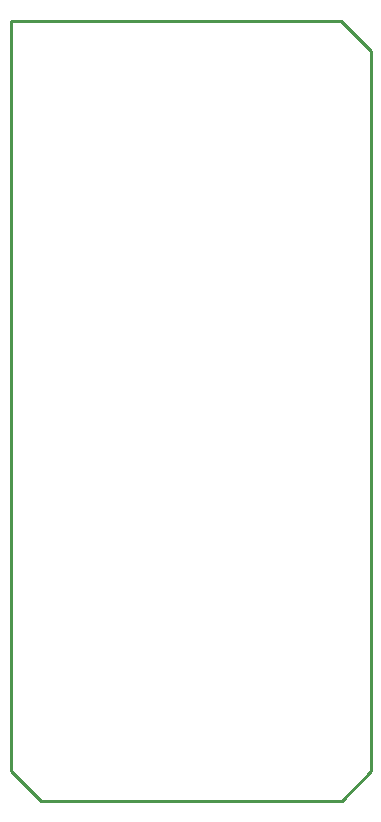
<source format=gko>
G04 Layer: BoardOutlineLayer*
G04 EasyEDA v6.5.20, 2022-10-25 13:43:38*
G04 7ab05346c3184fb1b1d82cee0c39fc96,2b06a704b0b744f5a7d1a44ad6c904bc,10*
G04 Gerber Generator version 0.2*
G04 Scale: 100 percent, Rotated: No, Reflected: No *
G04 Dimensions in millimeters *
G04 leading zeros omitted , absolute positions ,4 integer and 5 decimal *
%FSLAX45Y45*%
%MOMM*%

%ADD10C,0.2540*%
D10*
X0Y6604000D02*
G01*
X254000Y6604000D01*
X762000Y6604000D01*
X1549400Y6604000D01*
X2311400Y6604000D01*
X2794000Y6604000D01*
X3048000Y6350000D01*
X3048000Y254000D01*
X3048000Y254000D02*
G01*
X2806700Y0D01*
X2806700Y0D01*
X254000Y0D01*
X0Y254000D01*
X0Y6604000D01*

%LPD*%
M02*

</source>
